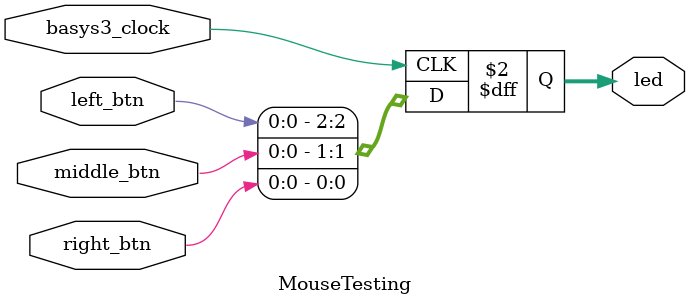
<source format=v>
`timescale 1ns / 1ps

module MouseTesting(
    input basys3_clock,
    input left_btn,
    input right_btn,
    input middle_btn,
    output reg [2:0] led
    );

    always @(posedge basys3_clock) begin
        led <= {left_btn, middle_btn, right_btn};
    end
    
endmodule

</source>
